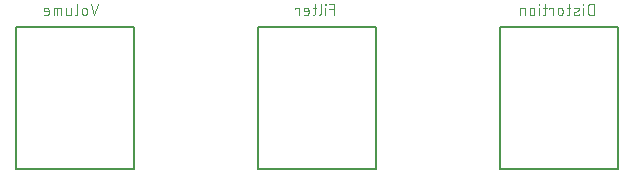
<source format=gbr>
G04 EAGLE Gerber RS-274X export*
G75*
%MOMM*%
%FSLAX34Y34*%
%LPD*%
%INSilkscreen Bottom*%
%IPPOS*%
%AMOC8*
5,1,8,0,0,1.08239X$1,22.5*%
G01*
%ADD10C,0.076200*%
%ADD11C,0.127000*%


D10*
X509619Y410381D02*
X509619Y419779D01*
X507008Y419779D01*
X506908Y419777D01*
X506808Y419771D01*
X506709Y419762D01*
X506609Y419748D01*
X506511Y419731D01*
X506413Y419710D01*
X506316Y419686D01*
X506220Y419657D01*
X506125Y419625D01*
X506032Y419590D01*
X505940Y419551D01*
X505849Y419508D01*
X505761Y419462D01*
X505674Y419412D01*
X505589Y419360D01*
X505506Y419304D01*
X505425Y419245D01*
X505347Y419182D01*
X505271Y419117D01*
X505197Y419049D01*
X505127Y418979D01*
X505059Y418905D01*
X504994Y418829D01*
X504931Y418751D01*
X504872Y418670D01*
X504816Y418587D01*
X504764Y418502D01*
X504714Y418415D01*
X504668Y418327D01*
X504625Y418236D01*
X504586Y418144D01*
X504551Y418051D01*
X504519Y417956D01*
X504490Y417860D01*
X504466Y417763D01*
X504445Y417665D01*
X504428Y417567D01*
X504414Y417467D01*
X504405Y417368D01*
X504399Y417268D01*
X504397Y417168D01*
X504398Y417168D02*
X504398Y412992D01*
X504397Y412992D02*
X504399Y412892D01*
X504405Y412792D01*
X504414Y412693D01*
X504428Y412593D01*
X504445Y412495D01*
X504466Y412397D01*
X504490Y412300D01*
X504519Y412204D01*
X504551Y412109D01*
X504586Y412016D01*
X504625Y411924D01*
X504668Y411833D01*
X504714Y411745D01*
X504764Y411658D01*
X504816Y411573D01*
X504872Y411490D01*
X504931Y411409D01*
X504994Y411331D01*
X505059Y411255D01*
X505127Y411181D01*
X505197Y411111D01*
X505271Y411043D01*
X505347Y410978D01*
X505425Y410915D01*
X505506Y410856D01*
X505589Y410800D01*
X505674Y410748D01*
X505761Y410698D01*
X505849Y410652D01*
X505940Y410609D01*
X506032Y410570D01*
X506125Y410535D01*
X506220Y410503D01*
X506316Y410474D01*
X506413Y410450D01*
X506511Y410429D01*
X506609Y410412D01*
X506709Y410398D01*
X506808Y410389D01*
X506908Y410383D01*
X507008Y410381D01*
X509619Y410381D01*
X500303Y410381D02*
X500303Y416646D01*
X500564Y419257D02*
X500564Y419779D01*
X500042Y419779D01*
X500042Y419257D01*
X500564Y419257D01*
X495817Y414036D02*
X493206Y412992D01*
X495817Y414036D02*
X495883Y414064D01*
X495948Y414097D01*
X496011Y414132D01*
X496072Y414171D01*
X496131Y414213D01*
X496187Y414258D01*
X496241Y414306D01*
X496292Y414357D01*
X496341Y414410D01*
X496386Y414467D01*
X496429Y414525D01*
X496468Y414585D01*
X496505Y414648D01*
X496537Y414713D01*
X496566Y414779D01*
X496592Y414846D01*
X496614Y414915D01*
X496632Y414985D01*
X496647Y415056D01*
X496658Y415127D01*
X496665Y415199D01*
X496668Y415271D01*
X496667Y415343D01*
X496662Y415416D01*
X496654Y415487D01*
X496642Y415559D01*
X496626Y415629D01*
X496606Y415698D01*
X496582Y415767D01*
X496555Y415834D01*
X496525Y415899D01*
X496491Y415963D01*
X496453Y416025D01*
X496413Y416085D01*
X496369Y416142D01*
X496322Y416197D01*
X496272Y416250D01*
X496220Y416299D01*
X496165Y416346D01*
X496108Y416390D01*
X496048Y416431D01*
X495986Y416468D01*
X495922Y416503D01*
X495857Y416533D01*
X495790Y416561D01*
X495722Y416584D01*
X495652Y416604D01*
X495582Y416620D01*
X495511Y416633D01*
X495439Y416641D01*
X495367Y416646D01*
X495295Y416647D01*
X495294Y416646D02*
X495143Y416642D01*
X494992Y416634D01*
X494841Y416623D01*
X494690Y416607D01*
X494540Y416587D01*
X494390Y416564D01*
X494241Y416537D01*
X494093Y416506D01*
X493945Y416471D01*
X493799Y416433D01*
X493653Y416390D01*
X493509Y416344D01*
X493366Y416295D01*
X493224Y416242D01*
X493084Y416185D01*
X492945Y416124D01*
X493206Y412992D02*
X493140Y412964D01*
X493075Y412931D01*
X493012Y412896D01*
X492951Y412857D01*
X492892Y412815D01*
X492836Y412770D01*
X492782Y412722D01*
X492731Y412671D01*
X492682Y412618D01*
X492637Y412561D01*
X492594Y412503D01*
X492555Y412443D01*
X492518Y412380D01*
X492486Y412315D01*
X492457Y412249D01*
X492431Y412182D01*
X492409Y412113D01*
X492391Y412043D01*
X492376Y411972D01*
X492365Y411901D01*
X492358Y411829D01*
X492355Y411757D01*
X492356Y411685D01*
X492361Y411612D01*
X492369Y411541D01*
X492381Y411469D01*
X492397Y411399D01*
X492417Y411330D01*
X492441Y411261D01*
X492468Y411194D01*
X492498Y411129D01*
X492532Y411065D01*
X492570Y411003D01*
X492610Y410943D01*
X492654Y410886D01*
X492701Y410831D01*
X492751Y410778D01*
X492803Y410729D01*
X492858Y410682D01*
X492915Y410638D01*
X492975Y410597D01*
X493037Y410560D01*
X493101Y410525D01*
X493166Y410495D01*
X493233Y410467D01*
X493301Y410444D01*
X493371Y410424D01*
X493441Y410408D01*
X493512Y410395D01*
X493584Y410387D01*
X493656Y410382D01*
X493728Y410381D01*
X493938Y410386D01*
X494147Y410397D01*
X494356Y410412D01*
X494564Y410432D01*
X494772Y410458D01*
X494979Y410488D01*
X495186Y410523D01*
X495391Y410563D01*
X495596Y410607D01*
X495799Y410657D01*
X496002Y410711D01*
X496203Y410771D01*
X496402Y410834D01*
X496600Y410903D01*
X489444Y416646D02*
X486311Y416646D01*
X488400Y419779D02*
X488400Y411947D01*
X488398Y411870D01*
X488392Y411794D01*
X488383Y411717D01*
X488370Y411641D01*
X488353Y411566D01*
X488333Y411492D01*
X488308Y411419D01*
X488281Y411348D01*
X488250Y411277D01*
X488215Y411209D01*
X488177Y411142D01*
X488136Y411077D01*
X488092Y411014D01*
X488045Y410954D01*
X487994Y410895D01*
X487941Y410840D01*
X487886Y410787D01*
X487827Y410736D01*
X487767Y410689D01*
X487704Y410645D01*
X487639Y410604D01*
X487572Y410566D01*
X487504Y410531D01*
X487433Y410500D01*
X487362Y410473D01*
X487289Y410448D01*
X487215Y410428D01*
X487140Y410411D01*
X487064Y410398D01*
X486987Y410389D01*
X486911Y410383D01*
X486834Y410381D01*
X486311Y410381D01*
X482884Y412469D02*
X482884Y414558D01*
X482882Y414648D01*
X482876Y414737D01*
X482867Y414827D01*
X482853Y414916D01*
X482836Y415004D01*
X482815Y415091D01*
X482790Y415178D01*
X482761Y415263D01*
X482729Y415347D01*
X482694Y415429D01*
X482654Y415510D01*
X482612Y415589D01*
X482566Y415666D01*
X482516Y415741D01*
X482464Y415814D01*
X482408Y415885D01*
X482350Y415953D01*
X482288Y416018D01*
X482224Y416081D01*
X482157Y416141D01*
X482088Y416198D01*
X482016Y416252D01*
X481942Y416303D01*
X481866Y416351D01*
X481788Y416395D01*
X481708Y416436D01*
X481626Y416474D01*
X481543Y416508D01*
X481458Y416538D01*
X481372Y416565D01*
X481286Y416588D01*
X481198Y416607D01*
X481109Y416622D01*
X481020Y416634D01*
X480931Y416642D01*
X480841Y416646D01*
X480751Y416646D01*
X480661Y416642D01*
X480572Y416634D01*
X480483Y416622D01*
X480394Y416607D01*
X480306Y416588D01*
X480220Y416565D01*
X480134Y416538D01*
X480049Y416508D01*
X479966Y416474D01*
X479884Y416436D01*
X479804Y416395D01*
X479726Y416351D01*
X479650Y416303D01*
X479576Y416252D01*
X479504Y416198D01*
X479435Y416141D01*
X479368Y416081D01*
X479304Y416018D01*
X479242Y415953D01*
X479184Y415885D01*
X479128Y415814D01*
X479076Y415741D01*
X479026Y415666D01*
X478980Y415589D01*
X478938Y415510D01*
X478898Y415429D01*
X478863Y415347D01*
X478831Y415263D01*
X478802Y415178D01*
X478777Y415091D01*
X478756Y415004D01*
X478739Y414916D01*
X478725Y414827D01*
X478716Y414737D01*
X478710Y414648D01*
X478708Y414558D01*
X478707Y414558D02*
X478707Y412469D01*
X478708Y412469D02*
X478710Y412379D01*
X478716Y412290D01*
X478725Y412200D01*
X478739Y412111D01*
X478756Y412023D01*
X478777Y411936D01*
X478802Y411849D01*
X478831Y411764D01*
X478863Y411680D01*
X478898Y411598D01*
X478938Y411517D01*
X478980Y411438D01*
X479026Y411361D01*
X479076Y411286D01*
X479128Y411213D01*
X479184Y411142D01*
X479242Y411074D01*
X479304Y411009D01*
X479368Y410946D01*
X479435Y410886D01*
X479504Y410829D01*
X479576Y410775D01*
X479650Y410724D01*
X479726Y410676D01*
X479804Y410632D01*
X479884Y410591D01*
X479966Y410553D01*
X480049Y410519D01*
X480134Y410489D01*
X480220Y410462D01*
X480306Y410439D01*
X480394Y410420D01*
X480483Y410405D01*
X480572Y410393D01*
X480661Y410385D01*
X480751Y410381D01*
X480841Y410381D01*
X480931Y410385D01*
X481020Y410393D01*
X481109Y410405D01*
X481198Y410420D01*
X481286Y410439D01*
X481372Y410462D01*
X481458Y410489D01*
X481543Y410519D01*
X481626Y410553D01*
X481708Y410591D01*
X481788Y410632D01*
X481866Y410676D01*
X481942Y410724D01*
X482016Y410775D01*
X482088Y410829D01*
X482157Y410886D01*
X482224Y410946D01*
X482288Y411009D01*
X482350Y411074D01*
X482408Y411142D01*
X482464Y411213D01*
X482516Y411286D01*
X482566Y411361D01*
X482612Y411438D01*
X482654Y411517D01*
X482694Y411598D01*
X482729Y411680D01*
X482761Y411764D01*
X482790Y411849D01*
X482815Y411936D01*
X482836Y412023D01*
X482853Y412111D01*
X482867Y412200D01*
X482876Y412290D01*
X482882Y412379D01*
X482884Y412469D01*
X474603Y410381D02*
X474603Y416646D01*
X471471Y416646D01*
X471471Y415602D01*
X469327Y416646D02*
X466195Y416646D01*
X468283Y419779D02*
X468283Y411947D01*
X468281Y411870D01*
X468275Y411794D01*
X468266Y411717D01*
X468253Y411641D01*
X468236Y411566D01*
X468216Y411492D01*
X468191Y411419D01*
X468164Y411348D01*
X468133Y411277D01*
X468098Y411209D01*
X468060Y411142D01*
X468019Y411077D01*
X467975Y411014D01*
X467928Y410954D01*
X467877Y410895D01*
X467824Y410840D01*
X467769Y410787D01*
X467710Y410736D01*
X467650Y410689D01*
X467587Y410645D01*
X467522Y410604D01*
X467455Y410566D01*
X467387Y410531D01*
X467316Y410500D01*
X467245Y410473D01*
X467172Y410448D01*
X467098Y410428D01*
X467023Y410411D01*
X466947Y410398D01*
X466870Y410389D01*
X466794Y410383D01*
X466717Y410381D01*
X466195Y410381D01*
X462813Y410381D02*
X462813Y416646D01*
X463074Y419257D02*
X463074Y419779D01*
X462552Y419779D01*
X462552Y419257D01*
X463074Y419257D01*
X459110Y414558D02*
X459110Y412469D01*
X459110Y414558D02*
X459108Y414648D01*
X459102Y414737D01*
X459093Y414827D01*
X459079Y414916D01*
X459062Y415004D01*
X459041Y415091D01*
X459016Y415178D01*
X458987Y415263D01*
X458955Y415347D01*
X458920Y415429D01*
X458880Y415510D01*
X458838Y415589D01*
X458792Y415666D01*
X458742Y415741D01*
X458690Y415814D01*
X458634Y415885D01*
X458576Y415953D01*
X458514Y416018D01*
X458450Y416081D01*
X458383Y416141D01*
X458314Y416198D01*
X458242Y416252D01*
X458168Y416303D01*
X458092Y416351D01*
X458014Y416395D01*
X457934Y416436D01*
X457852Y416474D01*
X457769Y416508D01*
X457684Y416538D01*
X457598Y416565D01*
X457512Y416588D01*
X457424Y416607D01*
X457335Y416622D01*
X457246Y416634D01*
X457157Y416642D01*
X457067Y416646D01*
X456977Y416646D01*
X456887Y416642D01*
X456798Y416634D01*
X456709Y416622D01*
X456620Y416607D01*
X456532Y416588D01*
X456446Y416565D01*
X456360Y416538D01*
X456275Y416508D01*
X456192Y416474D01*
X456110Y416436D01*
X456030Y416395D01*
X455952Y416351D01*
X455876Y416303D01*
X455802Y416252D01*
X455730Y416198D01*
X455661Y416141D01*
X455594Y416081D01*
X455530Y416018D01*
X455468Y415953D01*
X455410Y415885D01*
X455354Y415814D01*
X455302Y415741D01*
X455252Y415666D01*
X455206Y415589D01*
X455164Y415510D01*
X455124Y415429D01*
X455089Y415347D01*
X455057Y415263D01*
X455028Y415178D01*
X455003Y415091D01*
X454982Y415004D01*
X454965Y414916D01*
X454951Y414827D01*
X454942Y414737D01*
X454936Y414648D01*
X454934Y414558D01*
X454933Y414558D02*
X454933Y412469D01*
X454934Y412469D02*
X454936Y412379D01*
X454942Y412290D01*
X454951Y412200D01*
X454965Y412111D01*
X454982Y412023D01*
X455003Y411936D01*
X455028Y411849D01*
X455057Y411764D01*
X455089Y411680D01*
X455124Y411598D01*
X455164Y411517D01*
X455206Y411438D01*
X455252Y411361D01*
X455302Y411286D01*
X455354Y411213D01*
X455410Y411142D01*
X455468Y411074D01*
X455530Y411009D01*
X455594Y410946D01*
X455661Y410886D01*
X455730Y410829D01*
X455802Y410775D01*
X455876Y410724D01*
X455952Y410676D01*
X456030Y410632D01*
X456110Y410591D01*
X456192Y410553D01*
X456275Y410519D01*
X456360Y410489D01*
X456446Y410462D01*
X456532Y410439D01*
X456620Y410420D01*
X456709Y410405D01*
X456798Y410393D01*
X456887Y410385D01*
X456977Y410381D01*
X457067Y410381D01*
X457157Y410385D01*
X457246Y410393D01*
X457335Y410405D01*
X457424Y410420D01*
X457512Y410439D01*
X457598Y410462D01*
X457684Y410489D01*
X457769Y410519D01*
X457852Y410553D01*
X457934Y410591D01*
X458014Y410632D01*
X458092Y410676D01*
X458168Y410724D01*
X458242Y410775D01*
X458314Y410829D01*
X458383Y410886D01*
X458450Y410946D01*
X458514Y411009D01*
X458576Y411074D01*
X458634Y411142D01*
X458690Y411213D01*
X458742Y411286D01*
X458792Y411361D01*
X458838Y411438D01*
X458880Y411517D01*
X458920Y411598D01*
X458955Y411680D01*
X458987Y411764D01*
X459016Y411849D01*
X459041Y411936D01*
X459062Y412023D01*
X459079Y412111D01*
X459093Y412200D01*
X459102Y412290D01*
X459108Y412379D01*
X459110Y412469D01*
X450880Y410381D02*
X450880Y416646D01*
X448270Y416646D01*
X448193Y416644D01*
X448117Y416638D01*
X448040Y416629D01*
X447964Y416616D01*
X447890Y416599D01*
X447815Y416579D01*
X447742Y416554D01*
X447671Y416527D01*
X447600Y416496D01*
X447532Y416461D01*
X447465Y416423D01*
X447400Y416382D01*
X447337Y416338D01*
X447277Y416291D01*
X447218Y416240D01*
X447163Y416187D01*
X447110Y416132D01*
X447059Y416073D01*
X447012Y416013D01*
X446968Y415950D01*
X446927Y415885D01*
X446889Y415818D01*
X446854Y415750D01*
X446823Y415679D01*
X446796Y415608D01*
X446771Y415535D01*
X446751Y415461D01*
X446734Y415386D01*
X446721Y415310D01*
X446712Y415234D01*
X446706Y415157D01*
X446704Y415080D01*
X446704Y410381D01*
X289619Y410381D02*
X289619Y419779D01*
X285442Y419779D01*
X285442Y415602D02*
X289619Y415602D01*
X282149Y416646D02*
X282149Y410381D01*
X282410Y419257D02*
X282410Y419779D01*
X281888Y419779D01*
X281888Y419257D01*
X282410Y419257D01*
X278321Y419779D02*
X278321Y411947D01*
X278319Y411870D01*
X278313Y411794D01*
X278304Y411717D01*
X278291Y411641D01*
X278274Y411566D01*
X278254Y411492D01*
X278229Y411419D01*
X278202Y411348D01*
X278171Y411277D01*
X278136Y411209D01*
X278098Y411142D01*
X278057Y411077D01*
X278013Y411014D01*
X277966Y410954D01*
X277915Y410895D01*
X277862Y410840D01*
X277807Y410787D01*
X277748Y410736D01*
X277688Y410689D01*
X277625Y410645D01*
X277560Y410604D01*
X277493Y410566D01*
X277425Y410531D01*
X277354Y410500D01*
X277283Y410473D01*
X277210Y410448D01*
X277136Y410428D01*
X277061Y410411D01*
X276985Y410398D01*
X276908Y410389D01*
X276832Y410383D01*
X276755Y410381D01*
X274338Y416646D02*
X271206Y416646D01*
X273294Y419779D02*
X273294Y411947D01*
X273292Y411870D01*
X273286Y411794D01*
X273277Y411717D01*
X273264Y411641D01*
X273247Y411566D01*
X273227Y411492D01*
X273202Y411419D01*
X273175Y411348D01*
X273144Y411277D01*
X273109Y411209D01*
X273071Y411142D01*
X273030Y411077D01*
X272986Y411014D01*
X272939Y410954D01*
X272888Y410895D01*
X272835Y410840D01*
X272780Y410787D01*
X272721Y410736D01*
X272661Y410689D01*
X272598Y410645D01*
X272533Y410604D01*
X272466Y410566D01*
X272398Y410531D01*
X272327Y410500D01*
X272256Y410473D01*
X272183Y410448D01*
X272109Y410428D01*
X272034Y410411D01*
X271958Y410398D01*
X271881Y410389D01*
X271805Y410383D01*
X271728Y410381D01*
X271206Y410381D01*
X266212Y410381D02*
X263602Y410381D01*
X266212Y410381D02*
X266289Y410383D01*
X266365Y410389D01*
X266442Y410398D01*
X266518Y410411D01*
X266593Y410428D01*
X266667Y410448D01*
X266740Y410473D01*
X266811Y410500D01*
X266882Y410531D01*
X266950Y410566D01*
X267017Y410604D01*
X267082Y410645D01*
X267145Y410689D01*
X267205Y410736D01*
X267264Y410787D01*
X267319Y410840D01*
X267372Y410895D01*
X267423Y410954D01*
X267470Y411014D01*
X267514Y411077D01*
X267555Y411142D01*
X267593Y411209D01*
X267628Y411277D01*
X267659Y411348D01*
X267686Y411419D01*
X267711Y411492D01*
X267731Y411566D01*
X267748Y411641D01*
X267761Y411717D01*
X267770Y411794D01*
X267776Y411870D01*
X267778Y411947D01*
X267779Y411947D02*
X267779Y414558D01*
X267778Y414558D02*
X267776Y414648D01*
X267770Y414737D01*
X267761Y414827D01*
X267747Y414916D01*
X267730Y415004D01*
X267709Y415091D01*
X267684Y415178D01*
X267655Y415263D01*
X267623Y415347D01*
X267588Y415429D01*
X267548Y415510D01*
X267506Y415589D01*
X267460Y415666D01*
X267410Y415741D01*
X267358Y415814D01*
X267302Y415885D01*
X267244Y415953D01*
X267182Y416018D01*
X267118Y416081D01*
X267051Y416141D01*
X266982Y416198D01*
X266910Y416252D01*
X266836Y416303D01*
X266760Y416351D01*
X266682Y416395D01*
X266602Y416436D01*
X266520Y416474D01*
X266437Y416508D01*
X266352Y416538D01*
X266266Y416565D01*
X266180Y416588D01*
X266092Y416607D01*
X266003Y416622D01*
X265914Y416634D01*
X265825Y416642D01*
X265735Y416646D01*
X265645Y416646D01*
X265555Y416642D01*
X265466Y416634D01*
X265377Y416622D01*
X265288Y416607D01*
X265200Y416588D01*
X265114Y416565D01*
X265028Y416538D01*
X264943Y416508D01*
X264860Y416474D01*
X264778Y416436D01*
X264698Y416395D01*
X264620Y416351D01*
X264544Y416303D01*
X264470Y416252D01*
X264398Y416198D01*
X264329Y416141D01*
X264262Y416081D01*
X264198Y416018D01*
X264136Y415953D01*
X264078Y415885D01*
X264022Y415814D01*
X263970Y415741D01*
X263920Y415666D01*
X263874Y415589D01*
X263832Y415510D01*
X263792Y415429D01*
X263757Y415347D01*
X263725Y415263D01*
X263696Y415178D01*
X263671Y415091D01*
X263650Y415004D01*
X263633Y414916D01*
X263619Y414827D01*
X263610Y414737D01*
X263604Y414648D01*
X263602Y414558D01*
X263602Y413514D01*
X267779Y413514D01*
X259498Y410381D02*
X259498Y416646D01*
X256365Y416646D01*
X256365Y415602D01*
X89619Y419779D02*
X86486Y410381D01*
X83354Y419779D01*
X80040Y414558D02*
X80040Y412469D01*
X80040Y414558D02*
X80038Y414648D01*
X80032Y414737D01*
X80023Y414827D01*
X80009Y414916D01*
X79992Y415004D01*
X79971Y415091D01*
X79946Y415178D01*
X79917Y415263D01*
X79885Y415347D01*
X79850Y415429D01*
X79810Y415510D01*
X79768Y415589D01*
X79722Y415666D01*
X79672Y415741D01*
X79620Y415814D01*
X79564Y415885D01*
X79506Y415953D01*
X79444Y416018D01*
X79380Y416081D01*
X79313Y416141D01*
X79244Y416198D01*
X79172Y416252D01*
X79098Y416303D01*
X79022Y416351D01*
X78944Y416395D01*
X78864Y416436D01*
X78782Y416474D01*
X78699Y416508D01*
X78614Y416538D01*
X78528Y416565D01*
X78442Y416588D01*
X78354Y416607D01*
X78265Y416622D01*
X78176Y416634D01*
X78087Y416642D01*
X77997Y416646D01*
X77907Y416646D01*
X77817Y416642D01*
X77728Y416634D01*
X77639Y416622D01*
X77550Y416607D01*
X77462Y416588D01*
X77376Y416565D01*
X77290Y416538D01*
X77205Y416508D01*
X77122Y416474D01*
X77040Y416436D01*
X76960Y416395D01*
X76882Y416351D01*
X76806Y416303D01*
X76732Y416252D01*
X76660Y416198D01*
X76591Y416141D01*
X76524Y416081D01*
X76460Y416018D01*
X76398Y415953D01*
X76340Y415885D01*
X76284Y415814D01*
X76232Y415741D01*
X76182Y415666D01*
X76136Y415589D01*
X76094Y415510D01*
X76054Y415429D01*
X76019Y415347D01*
X75987Y415263D01*
X75958Y415178D01*
X75933Y415091D01*
X75912Y415004D01*
X75895Y414916D01*
X75881Y414827D01*
X75872Y414737D01*
X75866Y414648D01*
X75864Y414558D01*
X75864Y412469D01*
X75866Y412379D01*
X75872Y412290D01*
X75881Y412200D01*
X75895Y412111D01*
X75912Y412023D01*
X75933Y411936D01*
X75958Y411849D01*
X75987Y411764D01*
X76019Y411680D01*
X76054Y411598D01*
X76094Y411517D01*
X76136Y411438D01*
X76182Y411361D01*
X76232Y411286D01*
X76284Y411213D01*
X76340Y411142D01*
X76398Y411074D01*
X76460Y411009D01*
X76524Y410946D01*
X76591Y410886D01*
X76660Y410829D01*
X76732Y410775D01*
X76806Y410724D01*
X76882Y410676D01*
X76960Y410632D01*
X77040Y410591D01*
X77122Y410553D01*
X77205Y410519D01*
X77290Y410489D01*
X77376Y410462D01*
X77462Y410439D01*
X77550Y410420D01*
X77639Y410405D01*
X77728Y410393D01*
X77817Y410385D01*
X77907Y410381D01*
X77997Y410381D01*
X78087Y410385D01*
X78176Y410393D01*
X78265Y410405D01*
X78354Y410420D01*
X78442Y410439D01*
X78528Y410462D01*
X78614Y410489D01*
X78699Y410519D01*
X78782Y410553D01*
X78864Y410591D01*
X78944Y410632D01*
X79022Y410676D01*
X79098Y410724D01*
X79172Y410775D01*
X79244Y410829D01*
X79313Y410886D01*
X79380Y410946D01*
X79444Y411009D01*
X79506Y411074D01*
X79564Y411142D01*
X79620Y411213D01*
X79672Y411286D01*
X79722Y411361D01*
X79768Y411438D01*
X79810Y411517D01*
X79850Y411598D01*
X79885Y411680D01*
X79917Y411764D01*
X79946Y411849D01*
X79971Y411936D01*
X79992Y412023D01*
X80009Y412111D01*
X80023Y412200D01*
X80032Y412290D01*
X80038Y412379D01*
X80040Y412469D01*
X71990Y411947D02*
X71990Y419779D01*
X71990Y411947D02*
X71988Y411870D01*
X71982Y411794D01*
X71973Y411717D01*
X71960Y411641D01*
X71943Y411566D01*
X71923Y411492D01*
X71898Y411419D01*
X71871Y411348D01*
X71840Y411277D01*
X71805Y411209D01*
X71767Y411142D01*
X71726Y411077D01*
X71682Y411014D01*
X71635Y410954D01*
X71584Y410895D01*
X71531Y410840D01*
X71476Y410787D01*
X71417Y410736D01*
X71357Y410689D01*
X71294Y410645D01*
X71229Y410604D01*
X71162Y410566D01*
X71094Y410531D01*
X71023Y410500D01*
X70952Y410473D01*
X70879Y410448D01*
X70805Y410428D01*
X70730Y410411D01*
X70654Y410398D01*
X70577Y410389D01*
X70501Y410383D01*
X70424Y410381D01*
X66934Y411947D02*
X66934Y416646D01*
X66934Y411947D02*
X66932Y411870D01*
X66926Y411794D01*
X66917Y411717D01*
X66904Y411641D01*
X66887Y411566D01*
X66867Y411492D01*
X66842Y411419D01*
X66815Y411348D01*
X66784Y411277D01*
X66749Y411209D01*
X66711Y411142D01*
X66670Y411077D01*
X66626Y411014D01*
X66579Y410954D01*
X66528Y410895D01*
X66475Y410840D01*
X66420Y410787D01*
X66361Y410736D01*
X66301Y410689D01*
X66238Y410645D01*
X66173Y410604D01*
X66106Y410566D01*
X66038Y410531D01*
X65967Y410500D01*
X65896Y410473D01*
X65823Y410448D01*
X65749Y410428D01*
X65674Y410411D01*
X65598Y410398D01*
X65521Y410389D01*
X65445Y410383D01*
X65368Y410381D01*
X62757Y410381D01*
X62757Y416646D01*
X58225Y416646D02*
X58225Y410381D01*
X58225Y416646D02*
X53526Y416646D01*
X53449Y416644D01*
X53373Y416638D01*
X53296Y416629D01*
X53220Y416616D01*
X53145Y416599D01*
X53071Y416579D01*
X52998Y416554D01*
X52927Y416527D01*
X52856Y416496D01*
X52788Y416461D01*
X52721Y416423D01*
X52656Y416382D01*
X52593Y416338D01*
X52533Y416291D01*
X52474Y416240D01*
X52419Y416187D01*
X52366Y416132D01*
X52315Y416073D01*
X52268Y416013D01*
X52224Y415950D01*
X52183Y415885D01*
X52145Y415818D01*
X52110Y415750D01*
X52079Y415679D01*
X52052Y415608D01*
X52027Y415535D01*
X52007Y415461D01*
X51990Y415386D01*
X51977Y415310D01*
X51968Y415233D01*
X51962Y415157D01*
X51960Y415080D01*
X51959Y415080D02*
X51959Y410381D01*
X55092Y410381D02*
X55092Y416646D01*
X46166Y410381D02*
X43555Y410381D01*
X46166Y410381D02*
X46243Y410383D01*
X46319Y410389D01*
X46396Y410398D01*
X46472Y410411D01*
X46547Y410428D01*
X46621Y410448D01*
X46694Y410473D01*
X46765Y410500D01*
X46836Y410531D01*
X46904Y410566D01*
X46971Y410604D01*
X47036Y410645D01*
X47099Y410689D01*
X47159Y410736D01*
X47218Y410787D01*
X47273Y410840D01*
X47326Y410895D01*
X47377Y410954D01*
X47424Y411014D01*
X47468Y411077D01*
X47509Y411142D01*
X47547Y411209D01*
X47582Y411277D01*
X47613Y411348D01*
X47640Y411419D01*
X47665Y411492D01*
X47685Y411566D01*
X47702Y411641D01*
X47715Y411717D01*
X47724Y411794D01*
X47730Y411870D01*
X47732Y411947D01*
X47732Y414558D01*
X47731Y414558D02*
X47729Y414648D01*
X47723Y414737D01*
X47714Y414827D01*
X47700Y414916D01*
X47683Y415004D01*
X47662Y415091D01*
X47637Y415178D01*
X47608Y415263D01*
X47576Y415347D01*
X47541Y415429D01*
X47501Y415510D01*
X47459Y415589D01*
X47413Y415666D01*
X47363Y415741D01*
X47311Y415814D01*
X47255Y415885D01*
X47197Y415953D01*
X47135Y416018D01*
X47071Y416081D01*
X47004Y416141D01*
X46935Y416198D01*
X46863Y416252D01*
X46789Y416303D01*
X46713Y416351D01*
X46635Y416395D01*
X46555Y416436D01*
X46473Y416474D01*
X46390Y416508D01*
X46305Y416538D01*
X46219Y416565D01*
X46133Y416588D01*
X46045Y416607D01*
X45956Y416622D01*
X45867Y416634D01*
X45778Y416642D01*
X45688Y416646D01*
X45598Y416646D01*
X45508Y416642D01*
X45419Y416634D01*
X45330Y416622D01*
X45241Y416607D01*
X45153Y416588D01*
X45067Y416565D01*
X44981Y416538D01*
X44896Y416508D01*
X44813Y416474D01*
X44731Y416436D01*
X44651Y416395D01*
X44573Y416351D01*
X44497Y416303D01*
X44423Y416252D01*
X44351Y416198D01*
X44282Y416141D01*
X44215Y416081D01*
X44151Y416018D01*
X44089Y415953D01*
X44031Y415885D01*
X43975Y415814D01*
X43923Y415741D01*
X43873Y415666D01*
X43827Y415589D01*
X43785Y415510D01*
X43745Y415429D01*
X43710Y415347D01*
X43678Y415263D01*
X43649Y415178D01*
X43624Y415091D01*
X43603Y415004D01*
X43586Y414916D01*
X43572Y414827D01*
X43563Y414737D01*
X43557Y414648D01*
X43555Y414558D01*
X43555Y413514D01*
X47732Y413514D01*
D11*
X430000Y280000D02*
X530000Y280000D01*
X430000Y280000D02*
X430000Y400000D01*
X530000Y400000D01*
X530000Y280000D01*
X325000Y280000D02*
X225000Y280000D01*
X225000Y400000D01*
X325000Y400000D01*
X325000Y280000D01*
X120000Y280000D02*
X20000Y280000D01*
X20000Y400000D01*
X120000Y400000D01*
X120000Y280000D01*
M02*

</source>
